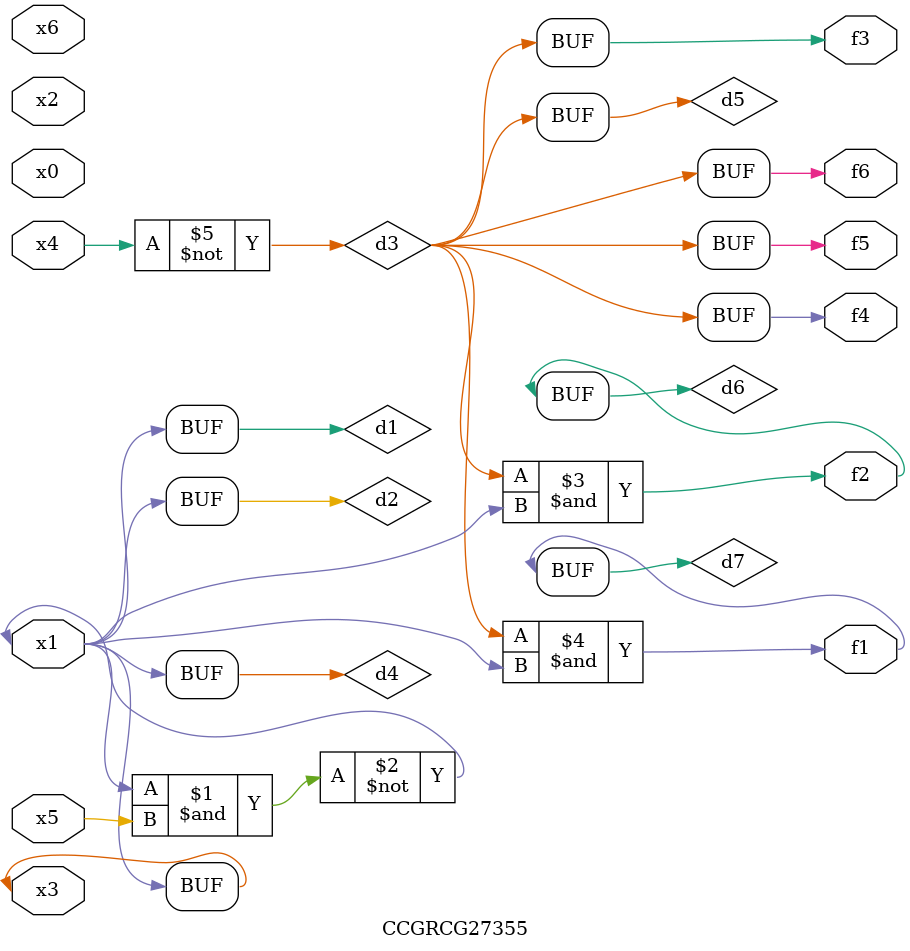
<source format=v>
module CCGRCG27355(
	input x0, x1, x2, x3, x4, x5, x6,
	output f1, f2, f3, f4, f5, f6
);

	wire d1, d2, d3, d4, d5, d6, d7;

	buf (d1, x1, x3);
	nand (d2, x1, x5);
	not (d3, x4);
	buf (d4, d1, d2);
	buf (d5, d3);
	and (d6, d3, d4);
	and (d7, d3, d4);
	assign f1 = d7;
	assign f2 = d6;
	assign f3 = d5;
	assign f4 = d5;
	assign f5 = d5;
	assign f6 = d5;
endmodule

</source>
